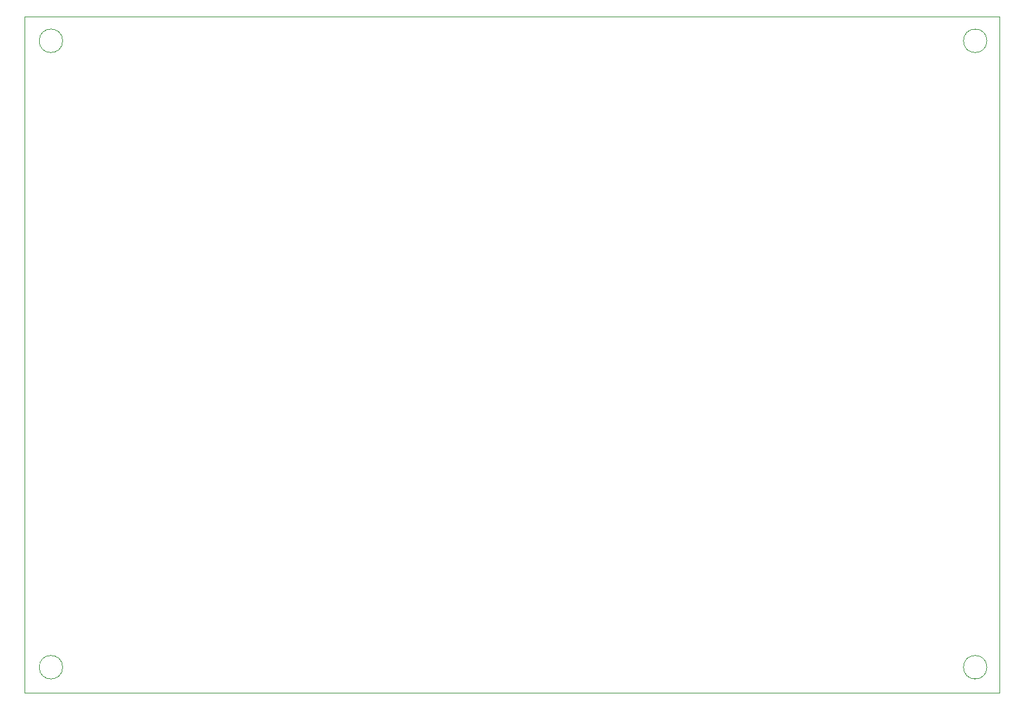
<source format=gbr>
%TF.GenerationSoftware,KiCad,Pcbnew,5.1.7+dfsg1-1~bpo10+1*%
%TF.CreationDate,2020-11-15T21:32:23+00:00*%
%TF.ProjectId,piggyback,70696767-7962-4616-936b-2e6b69636164,rev?*%
%TF.SameCoordinates,Original*%
%TF.FileFunction,Other,User*%
%FSLAX45Y45*%
G04 Gerber Fmt 4.5, Leading zero omitted, Abs format (unit mm)*
G04 Created by KiCad (PCBNEW 5.1.7+dfsg1-1~bpo10+1) date 2020-11-15 21:32:23*
%MOMM*%
%LPD*%
G01*
G04 APERTURE LIST*
%TA.AperFunction,Profile*%
%ADD10C,0.050000*%
%TD*%
G04 APERTURE END LIST*
D10*
X16350000Y-14150000D02*
G75*
G03*
X16350000Y-14150000I-150000J0D01*
G01*
X16350000Y-6150000D02*
G75*
G03*
X16350000Y-6150000I-150000J0D01*
G01*
X4550000Y-6150000D02*
G75*
G03*
X4550000Y-6150000I-150000J0D01*
G01*
X4550000Y-14150000D02*
G75*
G03*
X4550000Y-14150000I-150000J0D01*
G01*
X16510000Y-5842000D02*
X4064000Y-5842000D01*
X16510000Y-14478000D02*
X16510000Y-5842000D01*
X4064000Y-14478000D02*
X16510000Y-14478000D01*
X4064000Y-5842000D02*
X4064000Y-14478000D01*
M02*

</source>
